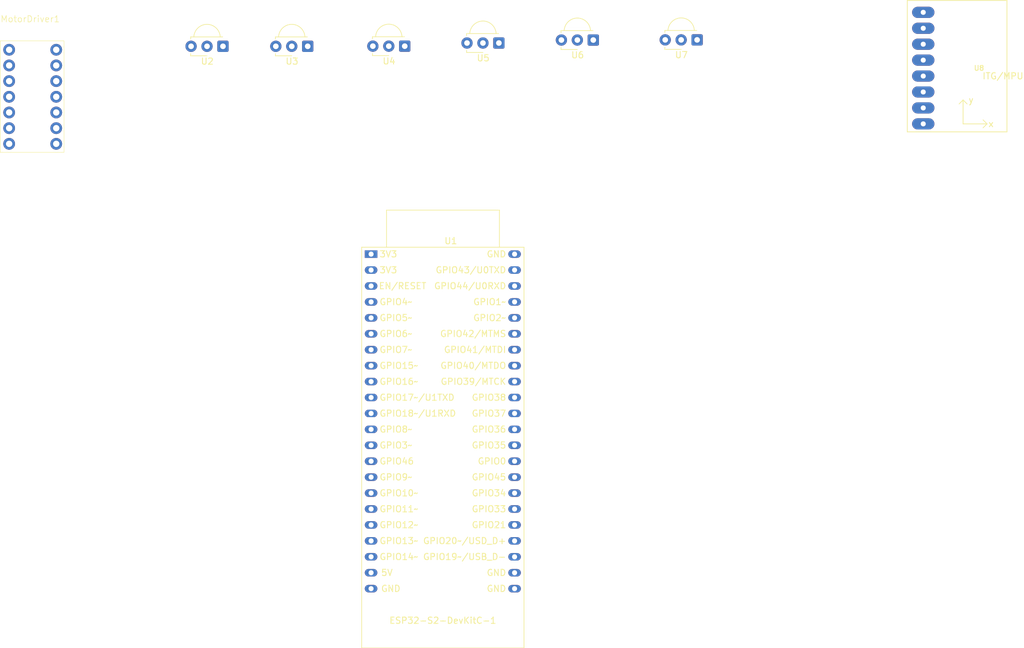
<source format=kicad_pcb>
(kicad_pcb (version 20240108) (generator "pcbnew") (generator_version "8.0")
  (layers (0 "F.Cu" signal) (31 "B.Cu" signal) (34 "B.Paste" user) (35 "F.Paste" user) (36 "B.SilkS" user "B.Silkscreen") (37 "F.SilkS" user "F.Silkscreen") (38 "B.Mask" user) (39 "F.Mask" user) (44 "Edge.Cuts" user))
  (net 0 "")
  (footprint "OptoDevice:Vishay_MINICAST-3Pin" (layer "F.Cu") (at 134.5 27 180)
    (property "Reference" "U4" (at 2.5 -2.4 180) (layer "F.SilkS"))
    (property "Value" "TSSP58038")
    (fp_line (start 5.14 1.5) (end 0.05 1.5) (stroke (width 0.12)) (layer "F.SilkS"))
    (fp_line (start 5.14 1.16) (end 5.14 1.5) (stroke (width 0.12)) (layer "F.SilkS"))
    (fp_line (start 5.14 -1.16) (end 5.14 -1.51) (stroke (width 0.12)) (layer "F.SilkS"))
    (fp_line (start 5.14 -1.51) (end 2.54 -1.51) (stroke (width 0.12)) (layer "F.SilkS"))
    (fp_arc (start 4.64 1.5) (mid 2.540869 3.502379) (end 0.440083 1.501736) (stroke (width 0.12)) (layer "F.SilkS"))
    (pad "1" thru_hole roundrect (at 0 0 180) (size 1.8 1.8) (drill 0.9) (layers "*.Cu" "*.Mask") (roundrect_rratio 0.139))
    (pad "2" thru_hole circle (at 2.54 0 180) (size 1.8 1.8) (drill 0.9) (layers "*.Cu" "*.Mask"))
    (pad "3" thru_hole circle (at 5.08 0 180) (size 1.8 1.8) (drill 0.9) (layers "*.Cu" "*.Mask"))
  )
  (footprint "PCM_Espressif:ESP32-S2-DevKitC-1" (layer "F.Cu") (at 129.14 60.16)
    (property "Reference" "U1" (at 12.7 -2.1 0) (layer "F.SilkS"))
    (property "Value" "ESP32-S2-DevKitC-1" (at 11.43 58.42 180) (layer "F.SilkS"))
    (fp_line (start -1.5 62.79728) (end 24.359999 62.79728) (stroke (width 0.12)) (layer "F.SilkS"))
    (fp_line (start -1.499999 -1.1) (end -1.5 62.79728) (stroke (width 0.12)) (layer "F.SilkS"))
    (fp_line (start 2.46012 -7.01312) (end 20.44332 -7.01312) (stroke (width 0.12)) (layer "F.SilkS"))
    (fp_line (start 2.46012 -1.12032) (end 2.46012 -7.01312) (stroke (width 0.12)) (layer "F.SilkS"))
    (fp_line (start 20.44332 -7.01312) (end 20.44332 -1.12032) (stroke (width 0.12)) (layer "F.SilkS"))
    (fp_line (start 24.359999 62.79728) (end 24.36 -1.1) (stroke (width 0.12)) (layer "F.SilkS"))
    (fp_line (start 24.36 -1.1) (end -1.499999 -1.1) (stroke (width 0.12)) (layer "F.SilkS"))
    (fp_text user "GPIO9~" (at 1.27 35.56 0) (layer "F.SilkS") (effects (justify left)))
    (fp_text user "GPIO12~" (at 1.27 43.18 0) (layer "F.SilkS") (effects (justify left)))
    (fp_text user "GPIO37" (at 21.59 25.4 0) (layer "F.SilkS") (effects (justify right)))
    (fp_text user "GPIO6~" (at 1.27 12.7 0) (layer "F.SilkS") (effects (justify left)))
    (fp_text user "GPIO44/U0RXD" (at 21.59 5.08 0) (layer "F.SilkS") (effects (justify right)))
    (fp_text user "GPIO39/MTCK" (at 21.59 20.32 0) (layer "F.SilkS") (effects (justify right)))
    (fp_text user "GPIO41/MTDI" (at 21.59 15.24 0) (layer "F.SilkS") (effects (justify right)))
    (fp_text user "GPIO21" (at 21.59 43.18 0) (layer "F.SilkS") (effects (justify right)))
    (fp_text user "GPIO46" (at 1.27 33.02 0) (layer "F.SilkS") (effects (justify left)))
    (fp_text user "GND" (at 21.59 50.8 0) (layer "F.SilkS") (effects (justify right)))
    (fp_text user "GPIO36" (at 21.59 27.94 0) (layer "F.SilkS") (effects (justify right)))
    (fp_text user "GPIO19~/USB_D-" (at 21.59 48.26 0) (layer "F.SilkS") (effects (justify right)))
    (fp_text user "5V" (at 1.52032 50.79728 0) (layer "F.SilkS") (effects (justify left)))
    (fp_text user "GPIO42/MTMS" (at 21.59 12.7 0) (layer "F.SilkS") (effects (justify right)))
    (fp_text user "GPIO34" (at 21.59 38.1 0) (layer "F.SilkS") (effects (justify right)))
    (fp_text user "GPIO18~/U1RXD" (at 1.27 25.4 0) (layer "F.SilkS") (effects (justify left)))
    (fp_text user "GPIO35" (at 21.59 30.48 0) (layer "F.SilkS") (effects (justify right)))
    (fp_text user "GPIO17~/U1TXD" (at 1.27 22.86 0) (layer "F.SilkS") (effects (justify left)))
    (fp_text user "GPIO7~" (at 1.27 15.24 0) (layer "F.SilkS") (effects (justify left)))
    (fp_text user "GPIO0" (at 21.59 33.02 0) (layer "F.SilkS") (effects (justify right)))
    (fp_text user "GPIO2~" (at 21.59 10.16 0) (layer "F.SilkS") (effects (justify right)))
    (fp_text user "GND" (at 21.59 53.34 0) (layer "F.SilkS") (effects (justify right)))
    (fp_text user "GPIO10~" (at 1.27 38.1 0) (layer "F.SilkS") (effects (justify left)))
    (fp_text user "3V3" (at 1.27 2.54 0) (layer "F.SilkS") (effects (justify left)))
    (fp_text user "GPIO43/U0TXD" (at 21.59 2.54 0) (layer "F.SilkS") (effects (justify right)))
    (fp_text user "GPIO33" (at 21.59 40.64 0) (layer "F.SilkS") (effects (justify right)))
    (fp_text user "GPIO3~" (at 1.27 30.48 0) (layer "F.SilkS") (effects (justify left)))
    (fp_text user "GPIO8~" (at 1.27 27.94 0) (layer "F.SilkS") (effects (justify left)))
    (fp_text user "GPIO16~" (at 1.27 20.32 0) (layer "F.SilkS") (effects (justify left)))
    (fp_text user "GPIO20~/USD_D+" (at 21.59 45.72 0) (layer "F.SilkS") (effects (justify right)))
    (fp_text user "EN/RESET" (at 8.88632 5.07728 0) (layer "F.SilkS") (effects (justify right)))
    (fp_text user "GPIO40/MTDO" (at 21.59 17.78 0) (layer "F.SilkS") (effects (justify right)))
    (fp_text user "GPIO1~" (at 21.59 7.62 0) (layer "F.SilkS") (effects (justify right)))
    (fp_text user "GPIO5~" (at 1.27 10.16 0) (layer "F.SilkS") (effects (justify left)))
    (fp_text user "GPIO13~" (at 1.27 45.72 0) (layer "F.SilkS") (effects (justify left)))
    (fp_text user "GND" (at 21.59 0 0) (layer "F.SilkS") (effects (justify right)))
    (fp_text user "GPIO11~" (at 1.27 40.64 0) (layer "F.SilkS") (effects (justify left)))
    (fp_text user "GPIO38" (at 21.59 22.86 0) (layer "F.SilkS") (effects (justify right)))
    (fp_text user "GPIO14~" (at 1.27 48.26 0) (layer "F.SilkS") (effects (justify left)))
    (fp_text user "GND" (at 1.52032 53.33728 0) (layer "F.SilkS") (effects (justify left)))
    (fp_text user "GPIO45" (at 21.59 35.56 0) (layer "F.SilkS") (effects (justify right)))
    (fp_text user "GPIO4~" (at 1.27 7.62 0) (layer "F.SilkS") (effects (justify left)))
    (fp_text user "3V3" (at 1.27 0 0) (layer "F.SilkS") (effects (justify left)))
    (fp_text user "GPIO15~" (at 1.27 17.78 0) (layer "F.SilkS") (effects (justify left)))
    (pad "1" thru_hole rect (at 0 0 270) (size 1.2 2) (drill 0.8) (layers "*.Cu" "*.Mask"))
    (pad "2" thru_hole oval (at 0 2.54 270) (size 1.2 2) (drill 0.8) (layers "*.Cu" "*.Mask"))
    (pad "3" thru_hole oval (at 0 5.08 270) (size 1.2 2) (drill 0.8) (layers "*.Cu" "*.Mask"))
    (pad "4" thru_hole oval (at 0 7.62 270) (size 1.2 2) (drill 0.8) (layers "*.Cu" "*.Mask"))
    (pad "5" thru_hole oval (at 0 10.16 270) (size 1.2 2) (drill 0.8) (layers "*.Cu" "*.Mask"))
    (pad "6" thru_hole oval (at 0 12.7 270) (size 1.2 2) (drill 0.8) (layers "*.Cu" "*.Mask"))
    (pad "7" thru_hole oval (at 0 15.24 270) (size 1.2 2) (drill 0.8) (layers "*.Cu" "*.Mask"))
    (pad "8" thru_hole oval (at 0 17.78 270) (size 1.2 2) (drill 0.8) (layers "*.Cu" "*.Mask"))
    (pad "9" thru_hole oval (at 0 20.32 270) (size 1.2 2) (drill 0.8) (layers "*.Cu" "*.Mask"))
    (pad "10" thru_hole oval (at 0 22.86 270) (size 1.2 2) (drill 0.8) (layers "*.Cu" "*.Mask"))
    (pad "11" thru_hole oval (at 0 25.4 270) (size 1.2 2) (drill 0.8) (layers "*.Cu" "*.Mask"))
    (pad "12" thru_hole oval (at 0 27.94 270) (size 1.2 2) (drill 0.8) (layers "*.Cu" "*.Mask"))
    (pad "13" thru_hole oval (at 0 30.48 270) (size 1.2 2) (drill 0.8) (layers "*.Cu" "*.Mask"))
    (pad "14" thru_hole oval (at 0 33.02 270) (size 1.2 2) (drill 0.8) (layers "*.Cu" "*.Mask"))
    (pad "15" thru_hole oval (at 0 35.56 270) (size 1.2 2) (drill 0.8) (layers "*.Cu" "*.Mask"))
    (pad "16" thru_hole oval (at 0 38.1 270) (size 1.2 2) (drill 0.8) (layers "*.Cu" "*.Mask"))
    (pad "17" thru_hole oval (at 0 40.64 270) (size 1.2 2) (drill 0.8) (layers "*.Cu" "*.Mask"))
    (pad "18" thru_hole oval (at 0 43.18 270) (size 1.2 2) (drill 0.8) (layers "*.Cu" "*.Mask"))
    (pad "19" thru_hole oval (at 0 45.72 270) (size 1.2 2) (drill 0.8) (layers "*.Cu" "*.Mask"))
    (pad "20" thru_hole oval (at -0.00368 48.25728 270) (size 1.2 2) (drill 0.8) (layers "*.Cu" "*.Mask"))
    (pad "21" thru_hole oval (at -0.00368 50.79728 270) (size 1.2 2) (drill 0.8) (layers "*.Cu" "*.Mask"))
    (pad "22" thru_hole oval (at -0.00368 53.33728 270) (size 1.2 2) (drill 0.8) (layers "*.Cu" "*.Mask"))
    (pad "23" thru_hole oval (at 22.86 53.34 270) (size 1.2 2) (drill 0.8) (layers "*.Cu" "*.Mask"))
    (pad "24" thru_hole oval (at 22.86 50.8 270) (size 1.2 2) (drill 0.8) (layers "*.Cu" "*.Mask"))
    (pad "25" thru_hole oval (at 22.86 48.26 270) (size 1.2 2) (drill 0.8) (layers "*.Cu" "*.Mask"))
    (pad "26" thru_hole oval (at 22.86 45.72 270) (size 1.2 2) (drill 0.8) (layers "*.Cu" "*.Mask"))
    (pad "27" thru_hole oval (at 22.86 43.18 270) (size 1.2 2) (drill 0.8) (layers "*.Cu" "*.Mask"))
    (pad "28" thru_hole oval (at 22.86 40.64 270) (size 1.2 2) (drill 0.8) (layers "*.Cu" "*.Mask"))
    (pad "29" thru_hole oval (at 22.86 38.1 270) (size 1.2 2) (drill 0.8) (layers "*.Cu" "*.Mask"))
    (pad "30" thru_hole oval (at 22.86 35.56 270) (size 1.2 2) (drill 0.8) (layers "*.Cu" "*.Mask"))
    (pad "31" thru_hole oval (at 22.86 33.02 270) (size 1.2 2) (drill 0.8) (layers "*.Cu" "*.Mask"))
    (pad "32" thru_hole oval (at 22.86 30.48 270) (size 1.2 2) (drill 0.8) (layers "*.Cu" "*.Mask"))
    (pad "33" thru_hole oval (at 22.86 27.94 270) (size 1.2 2) (drill 0.8) (layers "*.Cu" "*.Mask"))
    (pad "34" thru_hole oval (at 22.86 25.4 270) (size 1.2 2) (drill 0.8) (layers "*.Cu" "*.Mask"))
    (pad "35" thru_hole oval (at 22.86 22.86 270) (size 1.2 2) (drill 0.8) (layers "*.Cu" "*.Mask"))
    (pad "36" thru_hole oval (at 22.86 20.32 270) (size 1.2 2) (drill 0.8) (layers "*.Cu" "*.Mask"))
    (pad "37" thru_hole oval (at 22.86 17.78 270) (size 1.2 2) (drill 0.8) (layers "*.Cu" "*.Mask"))
    (pad "38" thru_hole oval (at 22.86 15.24 270) (size 1.2 2) (drill 0.8) (layers "*.Cu" "*.Mask"))
    (pad "39" thru_hole oval (at 22.86 12.7 270) (size 1.2 2) (drill 0.8) (layers "*.Cu" "*.Mask"))
    (pad "40" thru_hole oval (at 22.86 10.16 270) (size 1.2 2) (drill 0.8) (layers "*.Cu" "*.Mask"))
    (pad "41" thru_hole oval (at 22.86 7.62 270) (size 1.2 2) (drill 0.8) (layers "*.Cu" "*.Mask"))
    (pad "42" thru_hole oval (at 22.86 5.08 270) (size 1.2 2) (drill 0.8) (layers "*.Cu" "*.Mask"))
    (pad "43" thru_hole oval (at 22.86 2.54 270) (size 1.2 2) (drill 0.8) (layers "*.Cu" "*.Mask"))
    (pad "44" thru_hole oval (at 22.86 0 270) (size 1.2 2) (drill 0.8) (layers "*.Cu" "*.Mask"))
  )
  (footprint "OptoDevice:Vishay_MINICAST-3Pin" (layer "F.Cu") (at 119.04 27.025 180)
    (property "Reference" "U3" (at 2.5 -2.4 180) (layer "F.SilkS"))
    (property "Value" "TSSP58038")
    (fp_line (start 5.14 1.5) (end 0.05 1.5) (stroke (width 0.12)) (layer "F.SilkS"))
    (fp_line (start 5.14 1.16) (end 5.14 1.5) (stroke (width 0.12)) (layer "F.SilkS"))
    (fp_line (start 5.14 -1.16) (end 5.14 -1.51) (stroke (width 0.12)) (layer "F.SilkS"))
    (fp_line (start 5.14 -1.51) (end 2.54 -1.51) (stroke (width 0.12)) (layer "F.SilkS"))
    (fp_arc (start 4.64 1.5) (mid 2.540869 3.502379) (end 0.440083 1.501736) (stroke (width 0.12)) (layer "F.SilkS"))
    (pad "1" thru_hole roundrect (at 0 0 180) (size 1.8 1.8) (drill 0.9) (layers "*.Cu" "*.Mask") (roundrect_rratio 0.139))
    (pad "2" thru_hole circle (at 2.54 0 180) (size 1.8 1.8) (drill 0.9) (layers "*.Cu" "*.Mask"))
    (pad "3" thru_hole circle (at 5.08 0 180) (size 1.8 1.8) (drill 0.9) (layers "*.Cu" "*.Mask"))
  )
  (footprint "OptoDevice:Vishay_MINICAST-3Pin" (layer "F.Cu") (at 181.08 26 180)
    (property "Reference" "U7" (at 2.5 -2.4 180) (layer "F.SilkS"))
    (property "Value" "TSSP58038")
    (fp_line (start 5.14 1.5) (end 0.05 1.5) (stroke (width 0.12)) (layer "F.SilkS"))
    (fp_line (start 5.14 1.16) (end 5.14 1.5) (stroke (width 0.12)) (layer "F.SilkS"))
    (fp_line (start 5.14 -1.16) (end 5.14 -1.51) (stroke (width 0.12)) (layer "F.SilkS"))
    (fp_line (start 5.14 -1.51) (end 2.54 -1.51) (stroke (width 0.12)) (layer "F.SilkS"))
    (fp_arc (start 4.64 1.5) (mid 2.540869 3.502379) (end 0.440083 1.501736) (stroke (width 0.12)) (layer "F.SilkS"))
    (pad "1" thru_hole roundrect (at 0 0 180) (size 1.8 1.8) (drill 0.9) (layers "*.Cu" "*.Mask") (roundrect_rratio 0.139))
    (pad "2" thru_hole circle (at 2.54 0 180) (size 1.8 1.8) (drill 0.9) (layers "*.Cu" "*.Mask"))
    (pad "3" thru_hole circle (at 5.08 0 180) (size 1.8 1.8) (drill 0.9) (layers "*.Cu" "*.Mask"))
  )
  (footprint "mpu6050:GY-521" (layer "F.Cu") (at 226 30.5)
    (property "Reference" "U8" (at 0 0 0) (layer "F.SilkS") (effects (font (size 0.787402 0.787402))))
    (property "Value" "GY-521")
    (fp_line (start -11.43 -10.795) (end 4.445 -10.795) (stroke (width 0.127)) (layer "F.SilkS"))
    (fp_line (start -11.43 10.16) (end -11.43 -10.795) (stroke (width 0.127)) (layer "F.SilkS"))
    (fp_line (start -2.54 5.08) (end -3.175 5.715) (stroke (width 0.127)) (layer "F.SilkS"))
    (fp_line (start -2.54 5.08) (end -1.905 5.715) (stroke (width 0.127)) (layer "F.SilkS"))
    (fp_line (start -2.54 8.89) (end -2.54 5.08) (stroke (width 0.127)) (layer "F.SilkS"))
    (fp_line (start -2.54 8.89) (end 1.27 8.89) (stroke (width 0.127)) (layer "F.SilkS"))
    (fp_line (start 1.27 8.89) (end 0.635 8.255) (stroke (width 0.127)) (layer "F.SilkS"))
    (fp_line (start 1.27 8.89) (end 0.635 9.525) (stroke (width 0.127)) (layer "F.SilkS"))
    (fp_line (start 4.445 -10.795) (end 4.445 10.16) (stroke (width 0.127)) (layer "F.SilkS"))
    (fp_line (start 4.445 10.16) (end -11.43 10.16) (stroke (width 0.127)) (layer "F.SilkS"))
    (fp_text user "x" (at 1.905 8.89 0) (layer "F.SilkS"))
    (fp_text user "y" (at -1.27 5.08 0) (layer "F.SilkS"))
    (fp_text user "ITG/MPU" (at 3.81 1.27 0) (layer "F.SilkS"))
    (pad "ADO" thru_hole oval (at -8.89 6.35) (size 3.556 1.778) (drill 0.8) (layers "*.Cu" "*.Mask"))
    (pad "GND" thru_hole oval (at -8.89 -6.35) (size 3.556 1.778) (drill 0.8) (layers "*.Cu" "*.Mask"))
    (pad "INT" thru_hole oval (at -8.89 8.89) (size 3.556 1.778) (drill 0.8) (layers "*.Cu" "*.Mask"))
    (pad "SCL" thru_hole oval (at -8.89 -3.81) (size 3.556 1.778) (drill 0.8) (layers "*.Cu" "*.Mask"))
    (pad "SDA" thru_hole oval (at -8.89 -1.27) (size 3.556 1.778) (drill 0.8) (layers "*.Cu" "*.Mask"))
    (pad "VCC" thru_hole oval (at -8.89 -8.89) (size 3.556 1.778) (drill 0.8) (layers "*.Cu" "*.Mask"))
    (pad "XCL" thru_hole oval (at -8.89 3.81) (size 3.556 1.778) (drill 0.8) (layers "*.Cu" "*.Mask"))
    (pad "XDA" thru_hole oval (at -8.89 1.27) (size 3.556 1.778) (drill 0.8) (layers "*.Cu" "*.Mask"))
  )
  (footprint "drv8835:drv8835" (layer "F.Cu") (at 75 35)
    (property "Reference" "MotorDriver1" (at -0.175 -12.325 0) (layer "F.SilkS") (effects (font (thickness 0.1))))
    (property "Value" "DRV8835")
    (fp_rect (start -4.945 -8.845) (end 5.215 8.935) (stroke (width 0.0762)) (fill none) (layer "F.SilkS"))
    (pad "AENBL" thru_hole circle (at -3.525 2.575) (size 1.8796 1.8796) (drill 1.016) (layers "*.Cu" "*.Mask"))
    (pad "APHASE" thru_hole circle (at -3.525 5.075) (size 1.8796 1.8796) (drill 1.016) (layers "*.Cu" "*.Mask"))
    (pad "Aout1" thru_hole circle (at 3.975 5.075) (size 1.8796 1.8796) (drill 1.016) (layers "*.Cu" "*.Mask"))
    (pad "Aout2" thru_hole circle (at 3.975 2.575) (size 1.8796 1.8796) (drill 1.016) (layers "*.Cu" "*.Mask"))
    (pad "BENBL" thru_hole circle (at -3.525 -2.425) (size 1.8796 1.8796) (drill 1.016) (layers "*.Cu" "*.Mask"))
    (pad "BPHASE" thru_hole circle (at -3.525 0.075) (size 1.8796 1.8796) (drill 1.016) (layers "*.Cu" "*.Mask"))
    (pad "Bout1" thru_hole circle (at 3.975 0.075) (size 1.8796 1.8796) (drill 1.016) (layers "*.Cu" "*.Mask"))
    (pad "Bout2" thru_hole circle (at 3.975 -2.425) (size 1.8796 1.8796) (drill 1.016) (layers "*.Cu" "*.Mask"))
    (pad "GND" thru_hole circle (at -3.525 -7.425) (size 1.8796 1.8796) (drill 1.016) (layers "*.Cu" "*.Mask"))
    (pad "GND_HigtVolt" thru_hole circle (at 3.975 -7.425) (size 1.8796 1.8796) (drill 1.016) (layers "*.Cu" "*.Mask"))
    (pad "MODE" thru_hole circle (at -3.525 7.575) (size 1.8796 1.8796) (drill 1.016) (layers "*.Cu" "*.Mask"))
    (pad "VCC" thru_hole circle (at -3.525 -4.925) (size 1.8796 1.8796) (drill 1.016) (layers "*.Cu" "*.Mask"))
    (pad "VCC_HightVolt" thru_hole circle (at 3.975 -4.925) (size 1.8796 1.8796) (drill 1.016) (layers "*.Cu" "*.Mask"))
    (pad "VMM" thru_hole circle (at 3.975 7.575) (size 1.8796 1.8796) (drill 1.016) (layers "*.Cu" "*.Mask"))
  )
  (footprint "OptoDevice:Vishay_MINICAST-3Pin" (layer "F.Cu") (at 149.5 26.5 180)
    (property "Reference" "U5" (at 2.5 -2.4 180) (layer "F.SilkS"))
    (property "Value" "TSSP58038")
    (fp_line (start 5.14 1.5) (end 0.05 1.5) (stroke (width 0.12)) (layer "F.SilkS"))
    (fp_line (start 5.14 1.16) (end 5.14 1.5) (stroke (width 0.12)) (layer "F.SilkS"))
    (fp_line (start 5.14 -1.16) (end 5.14 -1.51) (stroke (width 0.12)) (layer "F.SilkS"))
    (fp_line (start 5.14 -1.51) (end 2.54 -1.51) (stroke (width 0.12)) (layer "F.SilkS"))
    (fp_arc (start 4.64 1.5) (mid 2.540869 3.502379) (end 0.440083 1.501736) (stroke (width 0.12)) (layer "F.SilkS"))
    (pad "1" thru_hole roundrect (at 0 0 180) (size 1.8 1.8) (drill 0.9) (layers "*.Cu" "*.Mask") (roundrect_rratio 0.139))
    (pad "2" thru_hole circle (at 2.54 0 180) (size 1.8 1.8) (drill 0.9) (layers "*.Cu" "*.Mask"))
    (pad "3" thru_hole circle (at 5.08 0 180) (size 1.8 1.8) (drill 0.9) (layers "*.Cu" "*.Mask"))
  )
  (footprint "OptoDevice:Vishay_MINICAST-3Pin" (layer "F.Cu") (at 105.54 27.025 180)
    (property "Reference" "U2" (at 2.5 -2.4 180) (layer "F.SilkS"))
    (property "Value" "TSSP58038")
    (fp_line (start 5.14 1.5) (end 0.05 1.5) (stroke (width 0.12)) (layer "F.SilkS"))
    (fp_line (start 5.14 1.16) (end 5.14 1.5) (stroke (width 0.12)) (layer "F.SilkS"))
    (fp_line (start 5.14 -1.16) (end 5.14 -1.51) (stroke (width 0.12)) (layer "F.SilkS"))
    (fp_line (start 5.14 -1.51) (end 2.54 -1.51) (stroke (width 0.12)) (layer "F.SilkS"))
    (fp_arc (start 4.64 1.5) (mid 2.540869 3.502379) (end 0.440083 1.501736) (stroke (width 0.12)) (layer "F.SilkS"))
    (pad "1" thru_hole roundrect (at 0 0 180) (size 1.8 1.8) (drill 0.9) (layers "*.Cu" "*.Mask") (roundrect_rratio 0.139))
    (pad "2" thru_hole circle (at 2.54 0 180) (size 1.8 1.8) (drill 0.9) (layers "*.Cu" "*.Mask"))
    (pad "3" thru_hole circle (at 5.08 0 180) (size 1.8 1.8) (drill 0.9) (layers "*.Cu" "*.Mask"))
  )
  (footprint "OptoDevice:Vishay_MINICAST-3Pin" (layer "F.Cu") (at 164.54 26.025 180)
    (property "Reference" "U6" (at 2.5 -2.4 180) (layer "F.SilkS"))
    (property "Value" "TSSP58038")
    (fp_line (start 5.14 1.5) (end 0.05 1.5) (stroke (width 0.12)) (layer "F.SilkS"))
    (fp_line (start 5.14 1.16) (end 5.14 1.5) (stroke (width 0.12)) (layer "F.SilkS"))
    (fp_line (start 5.14 -1.16) (end 5.14 -1.51) (stroke (width 0.12)) (layer "F.SilkS"))
    (fp_line (start 5.14 -1.51) (end 2.54 -1.51) (stroke (width 0.12)) (layer "F.SilkS"))
    (fp_arc (start 4.64 1.5) (mid 2.540869 3.502379) (end 0.440083 1.501736) (stroke (width 0.12)) (layer "F.SilkS"))
    (pad "1" thru_hole roundrect (at 0 0 180) (size 1.8 1.8) (drill 0.9) (layers "*.Cu" "*.Mask") (roundrect_rratio 0.139))
    (pad "2" thru_hole circle (at 2.54 0 180) (size 1.8 1.8) (drill 0.9) (layers "*.Cu" "*.Mask"))
    (pad "3" thru_hole circle (at 5.08 0 180) (size 1.8 1.8) (drill 0.9) (layers "*.Cu" "*.Mask"))
  )
)
</source>
